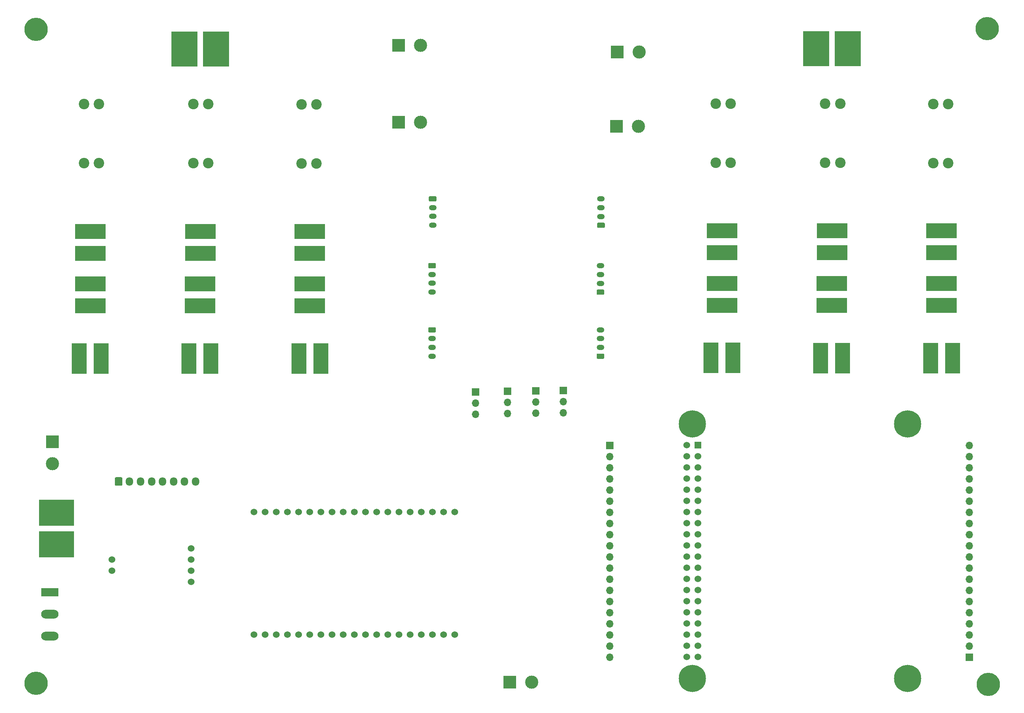
<source format=gbr>
G04 #@! TF.GenerationSoftware,KiCad,Pcbnew,(5.1.10)-1*
G04 #@! TF.CreationDate,2022-12-17T23:06:12+05:30*
G04 #@! TF.ProjectId,2023 control pcb,32303233-2063-46f6-9e74-726f6c207063,rev?*
G04 #@! TF.SameCoordinates,Original*
G04 #@! TF.FileFunction,Soldermask,Bot*
G04 #@! TF.FilePolarity,Negative*
%FSLAX46Y46*%
G04 Gerber Fmt 4.6, Leading zero omitted, Abs format (unit mm)*
G04 Created by KiCad (PCBNEW (5.1.10)-1) date 2022-12-17 23:06:12*
%MOMM*%
%LPD*%
G01*
G04 APERTURE LIST*
%ADD10C,5.300000*%
%ADD11C,3.000000*%
%ADD12R,3.000000X3.000000*%
%ADD13O,3.960000X1.980000*%
%ADD14R,3.960000X1.980000*%
%ADD15C,1.524000*%
%ADD16O,1.700000X1.950000*%
%ADD17C,6.200000*%
%ADD18R,1.524000X1.524000*%
%ADD19O,1.700000X1.700000*%
%ADD20R,1.700000X1.700000*%
%ADD21R,7.000000X3.500000*%
%ADD22R,6.000000X8.000000*%
%ADD23C,2.400000*%
%ADD24O,1.750000X1.200000*%
%ADD25R,3.500000X7.000000*%
%ADD26R,8.000000X6.000000*%
G04 APERTURE END LIST*
D10*
G04 #@! TO.C,H5*
X310000000Y-219900000D03*
G04 #@! TD*
D11*
G04 #@! TO.C,J49*
X96940000Y-169570000D03*
D12*
X96940000Y-164570000D03*
G04 #@! TD*
D13*
G04 #@! TO.C,J47*
X96320000Y-208920000D03*
X96320000Y-203920000D03*
D14*
X96320000Y-198920000D03*
G04 #@! TD*
D15*
G04 #@! TO.C,U1*
X110439200Y-193984880D03*
X110439200Y-191444880D03*
X128473200Y-191444880D03*
X128473200Y-188904880D03*
X128473200Y-193984880D03*
X128473200Y-196524880D03*
G04 #@! TD*
D16*
G04 #@! TO.C,J48*
X129478440Y-173659800D03*
X126978440Y-173659800D03*
X124478440Y-173659800D03*
X121978440Y-173659800D03*
X119478440Y-173659800D03*
X116978440Y-173659800D03*
X114478440Y-173659800D03*
G36*
G01*
X111128440Y-174384800D02*
X111128440Y-172934800D01*
G75*
G02*
X111378440Y-172684800I250000J0D01*
G01*
X112578440Y-172684800D01*
G75*
G02*
X112828440Y-172934800I0J-250000D01*
G01*
X112828440Y-174384800D01*
G75*
G02*
X112578440Y-174634800I-250000J0D01*
G01*
X111378440Y-174634800D01*
G75*
G02*
X111128440Y-174384800I0J250000D01*
G01*
G37*
G04 #@! TD*
D11*
G04 #@! TO.C,J40*
X206041000Y-219425520D03*
D12*
X201041000Y-219425520D03*
G04 #@! TD*
D11*
G04 #@! TO.C,J46*
X230552000Y-75788520D03*
D12*
X225552000Y-75788520D03*
G04 #@! TD*
D11*
G04 #@! TO.C,J45*
X180712120Y-91821000D03*
D12*
X175712120Y-91821000D03*
G04 #@! TD*
D11*
G04 #@! TO.C,J44*
X180727360Y-74264520D03*
D12*
X175727360Y-74264520D03*
G04 #@! TD*
D11*
G04 #@! TO.C,J43*
X230369120Y-92735400D03*
D12*
X225369120Y-92735400D03*
G04 #@! TD*
D15*
G04 #@! TO.C,J39*
X142814040Y-180624480D03*
X145354040Y-180624480D03*
X147894040Y-180624480D03*
X150434040Y-180624480D03*
X152974040Y-180624480D03*
X155514040Y-180624480D03*
X158054040Y-180624480D03*
X160594040Y-180624480D03*
X163134040Y-180624480D03*
X165674040Y-180624480D03*
X168214040Y-180624480D03*
X170754040Y-180624480D03*
X173294040Y-180624480D03*
X175834040Y-180624480D03*
X178374040Y-180624480D03*
X180914040Y-180624480D03*
X183454040Y-180624480D03*
X185994040Y-180624480D03*
X188534040Y-180624480D03*
X188534040Y-208564480D03*
X185994040Y-208564480D03*
X183454040Y-208564480D03*
X180914040Y-208564480D03*
X145354040Y-208564480D03*
X178374040Y-208564480D03*
X175834040Y-208564480D03*
X173294040Y-208564480D03*
X170754040Y-208564480D03*
X168214040Y-208564480D03*
X165674040Y-208564480D03*
X163134040Y-208564480D03*
X160594040Y-208564480D03*
X158054040Y-208564480D03*
X155514040Y-208564480D03*
X152974040Y-208564480D03*
X150434040Y-208564480D03*
X147894040Y-208564480D03*
X142814040Y-208564480D03*
G04 #@! TD*
D17*
G04 #@! TO.C,J38*
X291630120Y-160525800D03*
X291630120Y-218525800D03*
X242630120Y-218525800D03*
X242630120Y-160525800D03*
D18*
X243900120Y-165395800D03*
D15*
X243900120Y-167935800D03*
X243900120Y-170475800D03*
X243900120Y-173015800D03*
X243900120Y-175555800D03*
X243900120Y-178095800D03*
X241360120Y-165395800D03*
X241360120Y-167935800D03*
X241360120Y-170475800D03*
X241360120Y-173015800D03*
X241360120Y-175555800D03*
X241360120Y-178095800D03*
X243900120Y-180635800D03*
X241360120Y-180635800D03*
X243900120Y-183175800D03*
X243900120Y-185715800D03*
X243900120Y-188255800D03*
X243900120Y-190795800D03*
X243900120Y-193335800D03*
X243900120Y-195875800D03*
X241360120Y-183175800D03*
X241360120Y-185715800D03*
X241360120Y-188255800D03*
X241360120Y-190795800D03*
X241360120Y-193335800D03*
X241360120Y-195875800D03*
X243900120Y-198415800D03*
X241360120Y-198415800D03*
X243900120Y-200955800D03*
X243900120Y-203495800D03*
X243900120Y-206035800D03*
X243900120Y-208575800D03*
X243900120Y-211115800D03*
X243900120Y-213655800D03*
X241360120Y-200955800D03*
X241360120Y-203495800D03*
X241360120Y-206035800D03*
X241360120Y-208575800D03*
X241360120Y-211115800D03*
X241360120Y-213655800D03*
G04 #@! TD*
D19*
G04 #@! TO.C,J42*
X305714400Y-165475920D03*
X305714400Y-168015920D03*
X305714400Y-170555920D03*
X305714400Y-173095920D03*
X305714400Y-175635920D03*
X305714400Y-178175920D03*
X305714400Y-180715920D03*
X305714400Y-183255920D03*
X305714400Y-185795920D03*
X305714400Y-188335920D03*
X305714400Y-190875920D03*
X305714400Y-193415920D03*
X305714400Y-195955920D03*
X305714400Y-198495920D03*
X305714400Y-201035920D03*
X305714400Y-203575920D03*
X305714400Y-206115920D03*
X305714400Y-208655920D03*
X305714400Y-211195920D03*
D20*
X305714400Y-213735920D03*
G04 #@! TD*
D19*
G04 #@! TO.C,J41*
X223829880Y-213710520D03*
X223829880Y-211170520D03*
X223829880Y-208630520D03*
X223829880Y-206090520D03*
X223829880Y-203550520D03*
X223829880Y-201010520D03*
X223829880Y-198470520D03*
X223829880Y-195930520D03*
X223829880Y-193390520D03*
X223829880Y-190850520D03*
X223829880Y-188310520D03*
X223829880Y-185770520D03*
X223829880Y-183230520D03*
X223829880Y-180690520D03*
X223829880Y-178150520D03*
X223829880Y-175610520D03*
X223829880Y-173070520D03*
X223829880Y-170530520D03*
X223829880Y-167990520D03*
D20*
X223829880Y-165450520D03*
G04 #@! TD*
D21*
G04 #@! TO.C,J27*
X299368000Y-116533000D03*
X299368000Y-121533000D03*
G04 #@! TD*
D10*
G04 #@! TO.C,H1*
X93218000Y-70612000D03*
G04 #@! TD*
G04 #@! TO.C,H3*
X309753000Y-70485000D03*
G04 #@! TD*
G04 #@! TO.C,H5*
X93178000Y-219683000D03*
G04 #@! TD*
D22*
G04 #@! TO.C,J1*
X134128000Y-75143000D03*
X126928000Y-75143000D03*
G04 #@! TD*
G04 #@! TO.C,J2*
X277978000Y-75033000D03*
X270778000Y-75033000D03*
G04 #@! TD*
D21*
G04 #@! TO.C,J3*
X105518000Y-116653000D03*
X105518000Y-121653000D03*
G04 #@! TD*
G04 #@! TO.C,J4*
X105518000Y-133653000D03*
X105518000Y-128653000D03*
G04 #@! TD*
G04 #@! TO.C,J5*
X249378000Y-116533000D03*
X249378000Y-121533000D03*
G04 #@! TD*
G04 #@! TO.C,J6*
X249378000Y-133513000D03*
X249378000Y-128513000D03*
G04 #@! TD*
D23*
G04 #@! TO.C,J7*
X107518000Y-101153000D03*
X104118000Y-101153000D03*
X104118000Y-87683000D03*
X107518000Y-87683000D03*
G04 #@! TD*
G04 #@! TO.C,J8*
X251378000Y-101053000D03*
X247978000Y-101053000D03*
X247978000Y-87583000D03*
X251378000Y-87583000D03*
G04 #@! TD*
G04 #@! TO.C,J9*
G36*
G01*
X182862999Y-108653000D02*
X184113001Y-108653000D01*
G75*
G02*
X184363000Y-108902999I0J-249999D01*
G01*
X184363000Y-109603001D01*
G75*
G02*
X184113001Y-109853000I-249999J0D01*
G01*
X182862999Y-109853000D01*
G75*
G02*
X182613000Y-109603001I0J249999D01*
G01*
X182613000Y-108902999D01*
G75*
G02*
X182862999Y-108653000I249999J0D01*
G01*
G37*
D24*
X183488000Y-111253000D03*
X183488000Y-113253000D03*
X183488000Y-115253000D03*
G04 #@! TD*
G04 #@! TO.C,J10*
X183368000Y-130483000D03*
X183368000Y-128483000D03*
X183368000Y-126483000D03*
G36*
G01*
X182742999Y-123883000D02*
X183993001Y-123883000D01*
G75*
G02*
X184243000Y-124132999I0J-249999D01*
G01*
X184243000Y-124833001D01*
G75*
G02*
X183993001Y-125083000I-249999J0D01*
G01*
X182742999Y-125083000D01*
G75*
G02*
X182493000Y-124833001I0J249999D01*
G01*
X182493000Y-124132999D01*
G75*
G02*
X182742999Y-123883000I249999J0D01*
G01*
G37*
G04 #@! TD*
G04 #@! TO.C,J11*
G36*
G01*
X182732999Y-138503000D02*
X183983001Y-138503000D01*
G75*
G02*
X184233000Y-138752999I0J-249999D01*
G01*
X184233000Y-139453001D01*
G75*
G02*
X183983001Y-139703000I-249999J0D01*
G01*
X182732999Y-139703000D01*
G75*
G02*
X182483000Y-139453001I0J249999D01*
G01*
X182483000Y-138752999D01*
G75*
G02*
X182732999Y-138503000I249999J0D01*
G01*
G37*
X183358000Y-141103000D03*
X183358000Y-143103000D03*
X183358000Y-145103000D03*
G04 #@! TD*
D25*
G04 #@! TO.C,J12*
X108018000Y-145673000D03*
X103018000Y-145673000D03*
G04 #@! TD*
G04 #@! TO.C,J13*
X251878000Y-145443000D03*
X246878000Y-145443000D03*
G04 #@! TD*
D21*
G04 #@! TO.C,J14*
X130618000Y-121653000D03*
X130618000Y-116653000D03*
G04 #@! TD*
G04 #@! TO.C,J15*
X130508000Y-128643000D03*
X130508000Y-133643000D03*
G04 #@! TD*
G04 #@! TO.C,J16*
X274458000Y-121533000D03*
X274458000Y-116533000D03*
G04 #@! TD*
G04 #@! TO.C,J17*
X274378000Y-133543000D03*
X274378000Y-128543000D03*
G04 #@! TD*
D23*
G04 #@! TO.C,J18*
X132408000Y-101153000D03*
X129008000Y-101153000D03*
X129008000Y-87683000D03*
X132408000Y-87683000D03*
G04 #@! TD*
G04 #@! TO.C,J19*
X276288000Y-87563000D03*
X272888000Y-87563000D03*
X272888000Y-101033000D03*
X276288000Y-101033000D03*
G04 #@! TD*
D25*
G04 #@! TO.C,J20*
X133018000Y-145653000D03*
X128018000Y-145653000D03*
G04 #@! TD*
G04 #@! TO.C,J21*
X271868000Y-145523000D03*
X276868000Y-145523000D03*
G04 #@! TD*
D24*
G04 #@! TO.C,J22*
X221818000Y-109273000D03*
X221818000Y-111273000D03*
X221818000Y-113273000D03*
G36*
G01*
X222443001Y-115873000D02*
X221192999Y-115873000D01*
G75*
G02*
X220943000Y-115623001I0J249999D01*
G01*
X220943000Y-114922999D01*
G75*
G02*
X221192999Y-114673000I249999J0D01*
G01*
X222443001Y-114673000D01*
G75*
G02*
X222693000Y-114922999I0J-249999D01*
G01*
X222693000Y-115623001D01*
G75*
G02*
X222443001Y-115873000I-249999J0D01*
G01*
G37*
G04 #@! TD*
G04 #@! TO.C,J23*
G36*
G01*
X222323001Y-131113000D02*
X221072999Y-131113000D01*
G75*
G02*
X220823000Y-130863001I0J249999D01*
G01*
X220823000Y-130162999D01*
G75*
G02*
X221072999Y-129913000I249999J0D01*
G01*
X222323001Y-129913000D01*
G75*
G02*
X222573000Y-130162999I0J-249999D01*
G01*
X222573000Y-130863001D01*
G75*
G02*
X222323001Y-131113000I-249999J0D01*
G01*
G37*
X221698000Y-128513000D03*
X221698000Y-126513000D03*
X221698000Y-124513000D03*
G04 #@! TD*
G04 #@! TO.C,J24*
X221698000Y-139113000D03*
X221698000Y-141113000D03*
X221698000Y-143113000D03*
G36*
G01*
X222323001Y-145713000D02*
X221072999Y-145713000D01*
G75*
G02*
X220823000Y-145463001I0J249999D01*
G01*
X220823000Y-144762999D01*
G75*
G02*
X221072999Y-144513000I249999J0D01*
G01*
X222323001Y-144513000D01*
G75*
G02*
X222573000Y-144762999I0J-249999D01*
G01*
X222573000Y-145463001D01*
G75*
G02*
X222323001Y-145713000I-249999J0D01*
G01*
G37*
G04 #@! TD*
D21*
G04 #@! TO.C,J25*
X155518000Y-121653000D03*
X155518000Y-116653000D03*
G04 #@! TD*
G04 #@! TO.C,J26*
X155518000Y-133653000D03*
X155518000Y-128653000D03*
G04 #@! TD*
G04 #@! TO.C,J28*
X299378000Y-128533000D03*
X299378000Y-133533000D03*
G04 #@! TD*
D23*
G04 #@! TO.C,J29*
X157028000Y-87733000D03*
X153628000Y-87733000D03*
X153628000Y-101203000D03*
X157028000Y-101203000D03*
G04 #@! TD*
G04 #@! TO.C,J30*
X300878000Y-87613000D03*
X297478000Y-87613000D03*
X297478000Y-101083000D03*
X300878000Y-101083000D03*
G04 #@! TD*
D25*
G04 #@! TO.C,J31*
X158018000Y-145653000D03*
X153018000Y-145653000D03*
G04 #@! TD*
G04 #@! TO.C,J32*
X296868000Y-145533000D03*
X301868000Y-145533000D03*
G04 #@! TD*
D19*
G04 #@! TO.C,J34*
X206978000Y-158113000D03*
X206978000Y-155573000D03*
D20*
X206978000Y-153033000D03*
G04 #@! TD*
G04 #@! TO.C,J35*
X200578000Y-153133000D03*
D19*
X200578000Y-155673000D03*
X200578000Y-158213000D03*
G04 #@! TD*
D20*
G04 #@! TO.C,J36*
X193228000Y-153233000D03*
D19*
X193228000Y-155773000D03*
X193228000Y-158313000D03*
G04 #@! TD*
G04 #@! TO.C,J37*
X213218000Y-158003000D03*
X213218000Y-155463000D03*
D20*
X213218000Y-152923000D03*
G04 #@! TD*
D26*
G04 #@! TO.C,J33*
X97870000Y-187950000D03*
X97870000Y-180750000D03*
G04 #@! TD*
M02*

</source>
